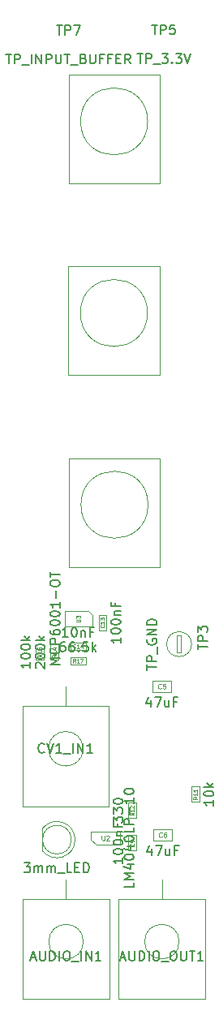
<source format=gbr>
%TF.GenerationSoftware,KiCad,Pcbnew,6.0.10+dfsg-1~bpo11+1*%
%TF.CreationDate,2023-02-01T15:11:05+08:00*%
%TF.ProjectId,MiniVerb v2.0 - Main,4d696e69-5665-4726-9220-76322e30202d,rev?*%
%TF.SameCoordinates,Original*%
%TF.FileFunction,AssemblyDrawing,Top*%
%FSLAX46Y46*%
G04 Gerber Fmt 4.6, Leading zero omitted, Abs format (unit mm)*
G04 Created by KiCad (PCBNEW 6.0.10+dfsg-1~bpo11+1) date 2023-02-01 15:11:05*
%MOMM*%
%LPD*%
G01*
G04 APERTURE LIST*
%ADD10C,0.150000*%
%ADD11C,0.060000*%
%ADD12C,0.080000*%
%ADD13C,0.075000*%
%ADD14C,0.100000*%
%ADD15C,0.120000*%
G04 APERTURE END LIST*
D10*
%TO.C,C13*%
X135686380Y-127904119D02*
X135686380Y-128475547D01*
X135686380Y-128189833D02*
X134686380Y-128189833D01*
X134829238Y-128285071D01*
X134924476Y-128380309D01*
X134972095Y-128475547D01*
X134686380Y-127285071D02*
X134686380Y-127189833D01*
X134734000Y-127094595D01*
X134781619Y-127046976D01*
X134876857Y-126999357D01*
X135067333Y-126951738D01*
X135305428Y-126951738D01*
X135495904Y-126999357D01*
X135591142Y-127046976D01*
X135638761Y-127094595D01*
X135686380Y-127189833D01*
X135686380Y-127285071D01*
X135638761Y-127380309D01*
X135591142Y-127427928D01*
X135495904Y-127475547D01*
X135305428Y-127523166D01*
X135067333Y-127523166D01*
X134876857Y-127475547D01*
X134781619Y-127427928D01*
X134734000Y-127380309D01*
X134686380Y-127285071D01*
X134686380Y-126332690D02*
X134686380Y-126237452D01*
X134734000Y-126142214D01*
X134781619Y-126094595D01*
X134876857Y-126046976D01*
X135067333Y-125999357D01*
X135305428Y-125999357D01*
X135495904Y-126046976D01*
X135591142Y-126094595D01*
X135638761Y-126142214D01*
X135686380Y-126237452D01*
X135686380Y-126332690D01*
X135638761Y-126427928D01*
X135591142Y-126475547D01*
X135495904Y-126523166D01*
X135305428Y-126570785D01*
X135067333Y-126570785D01*
X134876857Y-126523166D01*
X134781619Y-126475547D01*
X134734000Y-126427928D01*
X134686380Y-126332690D01*
X135019714Y-125570785D02*
X135686380Y-125570785D01*
X135114952Y-125570785D02*
X135067333Y-125523166D01*
X135019714Y-125427928D01*
X135019714Y-125285071D01*
X135067333Y-125189833D01*
X135162571Y-125142214D01*
X135686380Y-125142214D01*
X135162571Y-124332690D02*
X135162571Y-124666023D01*
X135686380Y-124666023D02*
X134686380Y-124666023D01*
X134686380Y-124189833D01*
D11*
X133946857Y-126613642D02*
X133965904Y-126632690D01*
X133984952Y-126689833D01*
X133984952Y-126727928D01*
X133965904Y-126785071D01*
X133927809Y-126823166D01*
X133889714Y-126842214D01*
X133813523Y-126861261D01*
X133756380Y-126861261D01*
X133680190Y-126842214D01*
X133642095Y-126823166D01*
X133604000Y-126785071D01*
X133584952Y-126727928D01*
X133584952Y-126689833D01*
X133604000Y-126632690D01*
X133623047Y-126613642D01*
X133984952Y-126232690D02*
X133984952Y-126461261D01*
X133984952Y-126346976D02*
X133584952Y-126346976D01*
X133642095Y-126385071D01*
X133680190Y-126423166D01*
X133699238Y-126461261D01*
X133584952Y-126099357D02*
X133584952Y-125851738D01*
X133737333Y-125985071D01*
X133737333Y-125927928D01*
X133756380Y-125889833D01*
X133775428Y-125870785D01*
X133813523Y-125851738D01*
X133908761Y-125851738D01*
X133946857Y-125870785D01*
X133965904Y-125889833D01*
X133984952Y-125927928D01*
X133984952Y-126042214D01*
X133965904Y-126080309D01*
X133946857Y-126099357D01*
D10*
%TO.C,C5*%
X138833333Y-134476714D02*
X138833333Y-135143380D01*
X138595238Y-134095761D02*
X138357142Y-134810047D01*
X138976190Y-134810047D01*
X139261904Y-134143380D02*
X139928571Y-134143380D01*
X139500000Y-135143380D01*
X140738095Y-134476714D02*
X140738095Y-135143380D01*
X140309523Y-134476714D02*
X140309523Y-135000523D01*
X140357142Y-135095761D01*
X140452380Y-135143380D01*
X140595238Y-135143380D01*
X140690476Y-135095761D01*
X140738095Y-135048142D01*
X141547619Y-134619571D02*
X141214285Y-134619571D01*
X141214285Y-135143380D02*
X141214285Y-134143380D01*
X141690476Y-134143380D01*
D12*
X139916666Y-133189571D02*
X139892857Y-133213380D01*
X139821428Y-133237190D01*
X139773809Y-133237190D01*
X139702380Y-133213380D01*
X139654761Y-133165761D01*
X139630952Y-133118142D01*
X139607142Y-133022904D01*
X139607142Y-132951476D01*
X139630952Y-132856238D01*
X139654761Y-132808619D01*
X139702380Y-132761000D01*
X139773809Y-132737190D01*
X139821428Y-132737190D01*
X139892857Y-132761000D01*
X139916666Y-132784809D01*
X140369047Y-132737190D02*
X140130952Y-132737190D01*
X140107142Y-132975285D01*
X140130952Y-132951476D01*
X140178571Y-132927666D01*
X140297619Y-132927666D01*
X140345238Y-132951476D01*
X140369047Y-132975285D01*
X140392857Y-133022904D01*
X140392857Y-133141952D01*
X140369047Y-133189571D01*
X140345238Y-133213380D01*
X140297619Y-133237190D01*
X140178571Y-133237190D01*
X140130952Y-133213380D01*
X140107142Y-133189571D01*
D10*
%TO.C,TP5*%
X137439285Y-66977380D02*
X138010714Y-66977380D01*
X137725000Y-67977380D02*
X137725000Y-66977380D01*
X138344047Y-67977380D02*
X138344047Y-66977380D01*
X138725000Y-66977380D01*
X138820238Y-67025000D01*
X138867857Y-67072619D01*
X138915476Y-67167857D01*
X138915476Y-67310714D01*
X138867857Y-67405952D01*
X138820238Y-67453571D01*
X138725000Y-67501190D01*
X138344047Y-67501190D01*
X139105952Y-68072619D02*
X139867857Y-68072619D01*
X140010714Y-66977380D02*
X140629761Y-66977380D01*
X140296428Y-67358333D01*
X140439285Y-67358333D01*
X140534523Y-67405952D01*
X140582142Y-67453571D01*
X140629761Y-67548809D01*
X140629761Y-67786904D01*
X140582142Y-67882142D01*
X140534523Y-67929761D01*
X140439285Y-67977380D01*
X140153571Y-67977380D01*
X140058333Y-67929761D01*
X140010714Y-67882142D01*
X141058333Y-67882142D02*
X141105952Y-67929761D01*
X141058333Y-67977380D01*
X141010714Y-67929761D01*
X141058333Y-67882142D01*
X141058333Y-67977380D01*
X141439285Y-66977380D02*
X142058333Y-66977380D01*
X141725000Y-67358333D01*
X141867857Y-67358333D01*
X141963095Y-67405952D01*
X142010714Y-67453571D01*
X142058333Y-67548809D01*
X142058333Y-67786904D01*
X142010714Y-67882142D01*
X141963095Y-67929761D01*
X141867857Y-67977380D01*
X141582142Y-67977380D01*
X141486904Y-67929761D01*
X141439285Y-67882142D01*
X142344047Y-66977380D02*
X142677380Y-67977380D01*
X143010714Y-66977380D01*
X138963095Y-63977380D02*
X139534523Y-63977380D01*
X139248809Y-64977380D02*
X139248809Y-63977380D01*
X139867857Y-64977380D02*
X139867857Y-63977380D01*
X140248809Y-63977380D01*
X140344047Y-64025000D01*
X140391666Y-64072619D01*
X140439285Y-64167857D01*
X140439285Y-64310714D01*
X140391666Y-64405952D01*
X140344047Y-64453571D01*
X140248809Y-64501190D01*
X139867857Y-64501190D01*
X141344047Y-63977380D02*
X140867857Y-63977380D01*
X140820238Y-64453571D01*
X140867857Y-64405952D01*
X140963095Y-64358333D01*
X141201190Y-64358333D01*
X141296428Y-64405952D01*
X141344047Y-64453571D01*
X141391666Y-64548809D01*
X141391666Y-64786904D01*
X141344047Y-64882142D01*
X141296428Y-64929761D01*
X141201190Y-64977380D01*
X140963095Y-64977380D01*
X140867857Y-64929761D01*
X140820238Y-64882142D01*
%TO.C,U2*%
X137064380Y-153486857D02*
X137064380Y-153963047D01*
X136064380Y-153963047D01*
X137064380Y-153153523D02*
X136064380Y-153153523D01*
X136778666Y-152820190D01*
X136064380Y-152486857D01*
X137064380Y-152486857D01*
X136397714Y-151582095D02*
X137064380Y-151582095D01*
X136016761Y-151820190D02*
X136731047Y-152058285D01*
X136731047Y-151439238D01*
X136064380Y-150867809D02*
X136064380Y-150772571D01*
X136112000Y-150677333D01*
X136159619Y-150629714D01*
X136254857Y-150582095D01*
X136445333Y-150534476D01*
X136683428Y-150534476D01*
X136873904Y-150582095D01*
X136969142Y-150629714D01*
X137016761Y-150677333D01*
X137064380Y-150772571D01*
X137064380Y-150867809D01*
X137016761Y-150963047D01*
X136969142Y-151010666D01*
X136873904Y-151058285D01*
X136683428Y-151105904D01*
X136445333Y-151105904D01*
X136254857Y-151058285D01*
X136159619Y-151010666D01*
X136112000Y-150963047D01*
X136064380Y-150867809D01*
X136397714Y-149677333D02*
X137064380Y-149677333D01*
X136016761Y-149915428D02*
X136731047Y-150153523D01*
X136731047Y-149534476D01*
X136064380Y-148963047D02*
X136064380Y-148867809D01*
X136112000Y-148772571D01*
X136159619Y-148724952D01*
X136254857Y-148677333D01*
X136445333Y-148629714D01*
X136683428Y-148629714D01*
X136873904Y-148677333D01*
X136969142Y-148724952D01*
X137016761Y-148772571D01*
X137064380Y-148867809D01*
X137064380Y-148963047D01*
X137016761Y-149058285D01*
X136969142Y-149105904D01*
X136873904Y-149153523D01*
X136683428Y-149201142D01*
X136445333Y-149201142D01*
X136254857Y-149153523D01*
X136159619Y-149105904D01*
X136112000Y-149058285D01*
X136064380Y-148963047D01*
X137064380Y-147724952D02*
X137064380Y-148201142D01*
X136064380Y-148201142D01*
X137064380Y-147391619D02*
X136064380Y-147391619D01*
X136064380Y-147010666D01*
X136112000Y-146915428D01*
X136159619Y-146867809D01*
X136254857Y-146820190D01*
X136397714Y-146820190D01*
X136492952Y-146867809D01*
X136540571Y-146915428D01*
X136588190Y-147010666D01*
X136588190Y-147391619D01*
X136683428Y-146391619D02*
X136683428Y-145629714D01*
X137064380Y-144629714D02*
X137064380Y-145201142D01*
X137064380Y-144915428D02*
X136064380Y-144915428D01*
X136207238Y-145010666D01*
X136302476Y-145105904D01*
X136350095Y-145201142D01*
X136064380Y-144010666D02*
X136064380Y-143915428D01*
X136112000Y-143820190D01*
X136159619Y-143772571D01*
X136254857Y-143724952D01*
X136445333Y-143677333D01*
X136683428Y-143677333D01*
X136873904Y-143724952D01*
X136969142Y-143772571D01*
X137016761Y-143820190D01*
X137064380Y-143915428D01*
X137064380Y-144010666D01*
X137016761Y-144105904D01*
X136969142Y-144153523D01*
X136873904Y-144201142D01*
X136683428Y-144248761D01*
X136445333Y-144248761D01*
X136254857Y-144201142D01*
X136159619Y-144153523D01*
X136112000Y-144105904D01*
X136064380Y-144010666D01*
D13*
X133731047Y-148570190D02*
X133731047Y-148974952D01*
X133754857Y-149022571D01*
X133778666Y-149046380D01*
X133826285Y-149070190D01*
X133921523Y-149070190D01*
X133969142Y-149046380D01*
X133992952Y-149022571D01*
X134016761Y-148974952D01*
X134016761Y-148570190D01*
X134231047Y-148617809D02*
X134254857Y-148594000D01*
X134302476Y-148570190D01*
X134421523Y-148570190D01*
X134469142Y-148594000D01*
X134492952Y-148617809D01*
X134516761Y-148665428D01*
X134516761Y-148713047D01*
X134492952Y-148784476D01*
X134207238Y-149070190D01*
X134516761Y-149070190D01*
D10*
%TO.C,R17*%
X129839238Y-128368880D02*
X129648761Y-128368880D01*
X129553523Y-128416500D01*
X129505904Y-128464119D01*
X129410666Y-128606976D01*
X129363047Y-128797452D01*
X129363047Y-129178404D01*
X129410666Y-129273642D01*
X129458285Y-129321261D01*
X129553523Y-129368880D01*
X129744000Y-129368880D01*
X129839238Y-129321261D01*
X129886857Y-129273642D01*
X129934476Y-129178404D01*
X129934476Y-128940309D01*
X129886857Y-128845071D01*
X129839238Y-128797452D01*
X129744000Y-128749833D01*
X129553523Y-128749833D01*
X129458285Y-128797452D01*
X129410666Y-128845071D01*
X129363047Y-128940309D01*
X130791619Y-128368880D02*
X130601142Y-128368880D01*
X130505904Y-128416500D01*
X130458285Y-128464119D01*
X130363047Y-128606976D01*
X130315428Y-128797452D01*
X130315428Y-129178404D01*
X130363047Y-129273642D01*
X130410666Y-129321261D01*
X130505904Y-129368880D01*
X130696380Y-129368880D01*
X130791619Y-129321261D01*
X130839238Y-129273642D01*
X130886857Y-129178404D01*
X130886857Y-128940309D01*
X130839238Y-128845071D01*
X130791619Y-128797452D01*
X130696380Y-128749833D01*
X130505904Y-128749833D01*
X130410666Y-128797452D01*
X130363047Y-128845071D01*
X130315428Y-128940309D01*
X131315428Y-129273642D02*
X131363047Y-129321261D01*
X131315428Y-129368880D01*
X131267809Y-129321261D01*
X131315428Y-129273642D01*
X131315428Y-129368880D01*
X132267809Y-128368880D02*
X131791619Y-128368880D01*
X131744000Y-128845071D01*
X131791619Y-128797452D01*
X131886857Y-128749833D01*
X132124952Y-128749833D01*
X132220190Y-128797452D01*
X132267809Y-128845071D01*
X132315428Y-128940309D01*
X132315428Y-129178404D01*
X132267809Y-129273642D01*
X132220190Y-129321261D01*
X132124952Y-129368880D01*
X131886857Y-129368880D01*
X131791619Y-129321261D01*
X131744000Y-129273642D01*
X132744000Y-129368880D02*
X132744000Y-128368880D01*
X132839238Y-128987928D02*
X133124952Y-129368880D01*
X133124952Y-128702214D02*
X132744000Y-129083166D01*
D11*
X130986857Y-130527452D02*
X130853523Y-130336976D01*
X130758285Y-130527452D02*
X130758285Y-130127452D01*
X130910666Y-130127452D01*
X130948761Y-130146500D01*
X130967809Y-130165547D01*
X130986857Y-130203642D01*
X130986857Y-130260785D01*
X130967809Y-130298880D01*
X130948761Y-130317928D01*
X130910666Y-130336976D01*
X130758285Y-130336976D01*
X131367809Y-130527452D02*
X131139238Y-130527452D01*
X131253523Y-130527452D02*
X131253523Y-130127452D01*
X131215428Y-130184595D01*
X131177333Y-130222690D01*
X131139238Y-130241738D01*
X131501142Y-130127452D02*
X131767809Y-130127452D01*
X131596380Y-130527452D01*
D10*
%TO.C,C6*%
X138920833Y-149976714D02*
X138920833Y-150643380D01*
X138682738Y-149595761D02*
X138444642Y-150310047D01*
X139063690Y-150310047D01*
X139349404Y-149643380D02*
X140016071Y-149643380D01*
X139587500Y-150643380D01*
X140825595Y-149976714D02*
X140825595Y-150643380D01*
X140397023Y-149976714D02*
X140397023Y-150500523D01*
X140444642Y-150595761D01*
X140539880Y-150643380D01*
X140682738Y-150643380D01*
X140777976Y-150595761D01*
X140825595Y-150548142D01*
X141635119Y-150119571D02*
X141301785Y-150119571D01*
X141301785Y-150643380D02*
X141301785Y-149643380D01*
X141777976Y-149643380D01*
D12*
X140004166Y-148689571D02*
X139980357Y-148713380D01*
X139908928Y-148737190D01*
X139861309Y-148737190D01*
X139789880Y-148713380D01*
X139742261Y-148665761D01*
X139718452Y-148618142D01*
X139694642Y-148522904D01*
X139694642Y-148451476D01*
X139718452Y-148356238D01*
X139742261Y-148308619D01*
X139789880Y-148261000D01*
X139861309Y-148237190D01*
X139908928Y-148237190D01*
X139980357Y-148261000D01*
X140004166Y-148284809D01*
X140432738Y-148237190D02*
X140337500Y-148237190D01*
X140289880Y-148261000D01*
X140266071Y-148284809D01*
X140218452Y-148356238D01*
X140194642Y-148451476D01*
X140194642Y-148641952D01*
X140218452Y-148689571D01*
X140242261Y-148713380D01*
X140289880Y-148737190D01*
X140385119Y-148737190D01*
X140432738Y-148713380D01*
X140456547Y-148689571D01*
X140480357Y-148641952D01*
X140480357Y-148522904D01*
X140456547Y-148475285D01*
X140432738Y-148451476D01*
X140385119Y-148427666D01*
X140289880Y-148427666D01*
X140242261Y-148451476D01*
X140218452Y-148475285D01*
X140194642Y-148522904D01*
D10*
%TO.C,TP3*%
X138452380Y-131290476D02*
X138452380Y-130719047D01*
X139452380Y-131004761D02*
X138452380Y-131004761D01*
X139452380Y-130385714D02*
X138452380Y-130385714D01*
X138452380Y-130004761D01*
X138500000Y-129909523D01*
X138547619Y-129861904D01*
X138642857Y-129814285D01*
X138785714Y-129814285D01*
X138880952Y-129861904D01*
X138928571Y-129909523D01*
X138976190Y-130004761D01*
X138976190Y-130385714D01*
X139547619Y-129623809D02*
X139547619Y-128861904D01*
X138500000Y-128100000D02*
X138452380Y-128195238D01*
X138452380Y-128338095D01*
X138500000Y-128480952D01*
X138595238Y-128576190D01*
X138690476Y-128623809D01*
X138880952Y-128671428D01*
X139023809Y-128671428D01*
X139214285Y-128623809D01*
X139309523Y-128576190D01*
X139404761Y-128480952D01*
X139452380Y-128338095D01*
X139452380Y-128242857D01*
X139404761Y-128100000D01*
X139357142Y-128052380D01*
X139023809Y-128052380D01*
X139023809Y-128242857D01*
X139452380Y-127623809D02*
X138452380Y-127623809D01*
X139452380Y-127052380D01*
X138452380Y-127052380D01*
X139452380Y-126576190D02*
X138452380Y-126576190D01*
X138452380Y-126338095D01*
X138500000Y-126195238D01*
X138595238Y-126100000D01*
X138690476Y-126052380D01*
X138880952Y-126004761D01*
X139023809Y-126004761D01*
X139214285Y-126052380D01*
X139309523Y-126100000D01*
X139404761Y-126195238D01*
X139452380Y-126338095D01*
X139452380Y-126576190D01*
X143752380Y-129161904D02*
X143752380Y-128590476D01*
X144752380Y-128876190D02*
X143752380Y-128876190D01*
X144752380Y-128257142D02*
X143752380Y-128257142D01*
X143752380Y-127876190D01*
X143800000Y-127780952D01*
X143847619Y-127733333D01*
X143942857Y-127685714D01*
X144085714Y-127685714D01*
X144180952Y-127733333D01*
X144228571Y-127780952D01*
X144276190Y-127876190D01*
X144276190Y-128257142D01*
X143752380Y-127352380D02*
X143752380Y-126733333D01*
X144133333Y-127066666D01*
X144133333Y-126923809D01*
X144180952Y-126828571D01*
X144228571Y-126780952D01*
X144323809Y-126733333D01*
X144561904Y-126733333D01*
X144657142Y-126780952D01*
X144704761Y-126828571D01*
X144752380Y-126923809D01*
X144752380Y-127209523D01*
X144704761Y-127304761D01*
X144657142Y-127352380D01*
%TO.C,R14*%
X126891619Y-131089357D02*
X126844000Y-131041738D01*
X126796380Y-130946500D01*
X126796380Y-130708404D01*
X126844000Y-130613166D01*
X126891619Y-130565547D01*
X126986857Y-130517928D01*
X127082095Y-130517928D01*
X127224952Y-130565547D01*
X127796380Y-131136976D01*
X127796380Y-130517928D01*
X126796380Y-129898880D02*
X126796380Y-129803642D01*
X126844000Y-129708404D01*
X126891619Y-129660785D01*
X126986857Y-129613166D01*
X127177333Y-129565547D01*
X127415428Y-129565547D01*
X127605904Y-129613166D01*
X127701142Y-129660785D01*
X127748761Y-129708404D01*
X127796380Y-129803642D01*
X127796380Y-129898880D01*
X127748761Y-129994119D01*
X127701142Y-130041738D01*
X127605904Y-130089357D01*
X127415428Y-130136976D01*
X127177333Y-130136976D01*
X126986857Y-130089357D01*
X126891619Y-130041738D01*
X126844000Y-129994119D01*
X126796380Y-129898880D01*
X126796380Y-128946500D02*
X126796380Y-128851261D01*
X126844000Y-128756023D01*
X126891619Y-128708404D01*
X126986857Y-128660785D01*
X127177333Y-128613166D01*
X127415428Y-128613166D01*
X127605904Y-128660785D01*
X127701142Y-128708404D01*
X127748761Y-128756023D01*
X127796380Y-128851261D01*
X127796380Y-128946500D01*
X127748761Y-129041738D01*
X127701142Y-129089357D01*
X127605904Y-129136976D01*
X127415428Y-129184595D01*
X127177333Y-129184595D01*
X126986857Y-129136976D01*
X126891619Y-129089357D01*
X126844000Y-129041738D01*
X126796380Y-128946500D01*
X127796380Y-128184595D02*
X126796380Y-128184595D01*
X127415428Y-128089357D02*
X127796380Y-127803642D01*
X127129714Y-127803642D02*
X127510666Y-128184595D01*
D11*
X128954952Y-129703642D02*
X128764476Y-129836976D01*
X128954952Y-129932214D02*
X128554952Y-129932214D01*
X128554952Y-129779833D01*
X128574000Y-129741738D01*
X128593047Y-129722690D01*
X128631142Y-129703642D01*
X128688285Y-129703642D01*
X128726380Y-129722690D01*
X128745428Y-129741738D01*
X128764476Y-129779833D01*
X128764476Y-129932214D01*
X128954952Y-129322690D02*
X128954952Y-129551261D01*
X128954952Y-129436976D02*
X128554952Y-129436976D01*
X128612095Y-129475071D01*
X128650190Y-129513166D01*
X128669238Y-129551261D01*
X128688285Y-128979833D02*
X128954952Y-128979833D01*
X128535904Y-129075071D02*
X128821619Y-129170309D01*
X128821619Y-128922690D01*
D10*
%TO.C,CV1_IN1*%
X127725714Y-139847142D02*
X127678095Y-139894761D01*
X127535238Y-139942380D01*
X127440000Y-139942380D01*
X127297142Y-139894761D01*
X127201904Y-139799523D01*
X127154285Y-139704285D01*
X127106666Y-139513809D01*
X127106666Y-139370952D01*
X127154285Y-139180476D01*
X127201904Y-139085238D01*
X127297142Y-138990000D01*
X127440000Y-138942380D01*
X127535238Y-138942380D01*
X127678095Y-138990000D01*
X127725714Y-139037619D01*
X128011428Y-138942380D02*
X128344761Y-139942380D01*
X128678095Y-138942380D01*
X129535238Y-139942380D02*
X128963809Y-139942380D01*
X129249523Y-139942380D02*
X129249523Y-138942380D01*
X129154285Y-139085238D01*
X129059047Y-139180476D01*
X128963809Y-139228095D01*
X129725714Y-140037619D02*
X130487619Y-140037619D01*
X130725714Y-139942380D02*
X130725714Y-138942380D01*
X131201904Y-139942380D02*
X131201904Y-138942380D01*
X131773333Y-139942380D01*
X131773333Y-138942380D01*
X132773333Y-139942380D02*
X132201904Y-139942380D01*
X132487619Y-139942380D02*
X132487619Y-138942380D01*
X132392380Y-139085238D01*
X132297142Y-139180476D01*
X132201904Y-139228095D01*
%TO.C,U3*%
X129346380Y-130718404D02*
X128346380Y-130718404D01*
X129060666Y-130385071D01*
X128346380Y-130051738D01*
X129346380Y-130051738D01*
X129251142Y-129004119D02*
X129298761Y-129051738D01*
X129346380Y-129194595D01*
X129346380Y-129289833D01*
X129298761Y-129432690D01*
X129203523Y-129527928D01*
X129108285Y-129575547D01*
X128917809Y-129623166D01*
X128774952Y-129623166D01*
X128584476Y-129575547D01*
X128489238Y-129527928D01*
X128394000Y-129432690D01*
X128346380Y-129289833D01*
X128346380Y-129194595D01*
X128394000Y-129051738D01*
X128441619Y-129004119D01*
X129346380Y-128575547D02*
X128346380Y-128575547D01*
X128346380Y-128194595D01*
X128394000Y-128099357D01*
X128441619Y-128051738D01*
X128536857Y-128004119D01*
X128679714Y-128004119D01*
X128774952Y-128051738D01*
X128822571Y-128099357D01*
X128870190Y-128194595D01*
X128870190Y-128575547D01*
X128346380Y-127146976D02*
X128346380Y-127337452D01*
X128394000Y-127432690D01*
X128441619Y-127480309D01*
X128584476Y-127575547D01*
X128774952Y-127623166D01*
X129155904Y-127623166D01*
X129251142Y-127575547D01*
X129298761Y-127527928D01*
X129346380Y-127432690D01*
X129346380Y-127242214D01*
X129298761Y-127146976D01*
X129251142Y-127099357D01*
X129155904Y-127051738D01*
X128917809Y-127051738D01*
X128822571Y-127099357D01*
X128774952Y-127146976D01*
X128727333Y-127242214D01*
X128727333Y-127432690D01*
X128774952Y-127527928D01*
X128822571Y-127575547D01*
X128917809Y-127623166D01*
X128346380Y-126432690D02*
X128346380Y-126337452D01*
X128394000Y-126242214D01*
X128441619Y-126194595D01*
X128536857Y-126146976D01*
X128727333Y-126099357D01*
X128965428Y-126099357D01*
X129155904Y-126146976D01*
X129251142Y-126194595D01*
X129298761Y-126242214D01*
X129346380Y-126337452D01*
X129346380Y-126432690D01*
X129298761Y-126527928D01*
X129251142Y-126575547D01*
X129155904Y-126623166D01*
X128965428Y-126670785D01*
X128727333Y-126670785D01*
X128536857Y-126623166D01*
X128441619Y-126575547D01*
X128394000Y-126527928D01*
X128346380Y-126432690D01*
X128346380Y-125480309D02*
X128346380Y-125385071D01*
X128394000Y-125289833D01*
X128441619Y-125242214D01*
X128536857Y-125194595D01*
X128727333Y-125146976D01*
X128965428Y-125146976D01*
X129155904Y-125194595D01*
X129251142Y-125242214D01*
X129298761Y-125289833D01*
X129346380Y-125385071D01*
X129346380Y-125480309D01*
X129298761Y-125575547D01*
X129251142Y-125623166D01*
X129155904Y-125670785D01*
X128965428Y-125718404D01*
X128727333Y-125718404D01*
X128536857Y-125670785D01*
X128441619Y-125623166D01*
X128394000Y-125575547D01*
X128346380Y-125480309D01*
X129346380Y-124194595D02*
X129346380Y-124766023D01*
X129346380Y-124480309D02*
X128346380Y-124480309D01*
X128489238Y-124575547D01*
X128584476Y-124670785D01*
X128632095Y-124766023D01*
X128965428Y-123766023D02*
X128965428Y-123004119D01*
X128346380Y-122337452D02*
X128346380Y-122146976D01*
X128394000Y-122051738D01*
X128489238Y-121956500D01*
X128679714Y-121908880D01*
X129013047Y-121908880D01*
X129203523Y-121956500D01*
X129298761Y-122051738D01*
X129346380Y-122146976D01*
X129346380Y-122337452D01*
X129298761Y-122432690D01*
X129203523Y-122527928D01*
X129013047Y-122575547D01*
X128679714Y-122575547D01*
X128489238Y-122527928D01*
X128394000Y-122432690D01*
X128346380Y-122337452D01*
X128346380Y-121623166D02*
X128346380Y-121051738D01*
X129346380Y-121337452D02*
X128346380Y-121337452D01*
D11*
X131074952Y-126261261D02*
X131398761Y-126261261D01*
X131436857Y-126242214D01*
X131455904Y-126223166D01*
X131474952Y-126185071D01*
X131474952Y-126108880D01*
X131455904Y-126070785D01*
X131436857Y-126051738D01*
X131398761Y-126032690D01*
X131074952Y-126032690D01*
X131074952Y-125880309D02*
X131074952Y-125632690D01*
X131227333Y-125766023D01*
X131227333Y-125708880D01*
X131246380Y-125670785D01*
X131265428Y-125651738D01*
X131303523Y-125632690D01*
X131398761Y-125632690D01*
X131436857Y-125651738D01*
X131455904Y-125670785D01*
X131474952Y-125708880D01*
X131474952Y-125823166D01*
X131455904Y-125861261D01*
X131436857Y-125880309D01*
D10*
%TO.C,C14*%
X130182571Y-127838880D02*
X129611142Y-127838880D01*
X129896857Y-127838880D02*
X129896857Y-126838880D01*
X129801619Y-126981738D01*
X129706380Y-127076976D01*
X129611142Y-127124595D01*
X130801619Y-126838880D02*
X130896857Y-126838880D01*
X130992095Y-126886500D01*
X131039714Y-126934119D01*
X131087333Y-127029357D01*
X131134952Y-127219833D01*
X131134952Y-127457928D01*
X131087333Y-127648404D01*
X131039714Y-127743642D01*
X130992095Y-127791261D01*
X130896857Y-127838880D01*
X130801619Y-127838880D01*
X130706380Y-127791261D01*
X130658761Y-127743642D01*
X130611142Y-127648404D01*
X130563523Y-127457928D01*
X130563523Y-127219833D01*
X130611142Y-127029357D01*
X130658761Y-126934119D01*
X130706380Y-126886500D01*
X130801619Y-126838880D01*
X131563523Y-127172214D02*
X131563523Y-127838880D01*
X131563523Y-127267452D02*
X131611142Y-127219833D01*
X131706380Y-127172214D01*
X131849238Y-127172214D01*
X131944476Y-127219833D01*
X131992095Y-127315071D01*
X131992095Y-127838880D01*
X132801619Y-127315071D02*
X132468285Y-127315071D01*
X132468285Y-127838880D02*
X132468285Y-126838880D01*
X132944476Y-126838880D01*
D11*
X130996857Y-128959357D02*
X130977809Y-128978404D01*
X130920666Y-128997452D01*
X130882571Y-128997452D01*
X130825428Y-128978404D01*
X130787333Y-128940309D01*
X130768285Y-128902214D01*
X130749238Y-128826023D01*
X130749238Y-128768880D01*
X130768285Y-128692690D01*
X130787333Y-128654595D01*
X130825428Y-128616500D01*
X130882571Y-128597452D01*
X130920666Y-128597452D01*
X130977809Y-128616500D01*
X130996857Y-128635547D01*
X131377809Y-128997452D02*
X131149238Y-128997452D01*
X131263523Y-128997452D02*
X131263523Y-128597452D01*
X131225428Y-128654595D01*
X131187333Y-128692690D01*
X131149238Y-128711738D01*
X131720666Y-128730785D02*
X131720666Y-128997452D01*
X131625428Y-128578404D02*
X131530190Y-128864119D01*
X131777809Y-128864119D01*
D10*
%TO.C,AUDIO_OUT1*%
X135690476Y-161328666D02*
X136166666Y-161328666D01*
X135595238Y-161614380D02*
X135928571Y-160614380D01*
X136261904Y-161614380D01*
X136595238Y-160614380D02*
X136595238Y-161423904D01*
X136642857Y-161519142D01*
X136690476Y-161566761D01*
X136785714Y-161614380D01*
X136976190Y-161614380D01*
X137071428Y-161566761D01*
X137119047Y-161519142D01*
X137166666Y-161423904D01*
X137166666Y-160614380D01*
X137642857Y-161614380D02*
X137642857Y-160614380D01*
X137880952Y-160614380D01*
X138023809Y-160662000D01*
X138119047Y-160757238D01*
X138166666Y-160852476D01*
X138214285Y-161042952D01*
X138214285Y-161185809D01*
X138166666Y-161376285D01*
X138119047Y-161471523D01*
X138023809Y-161566761D01*
X137880952Y-161614380D01*
X137642857Y-161614380D01*
X138642857Y-161614380D02*
X138642857Y-160614380D01*
X139309523Y-160614380D02*
X139500000Y-160614380D01*
X139595238Y-160662000D01*
X139690476Y-160757238D01*
X139738095Y-160947714D01*
X139738095Y-161281047D01*
X139690476Y-161471523D01*
X139595238Y-161566761D01*
X139500000Y-161614380D01*
X139309523Y-161614380D01*
X139214285Y-161566761D01*
X139119047Y-161471523D01*
X139071428Y-161281047D01*
X139071428Y-160947714D01*
X139119047Y-160757238D01*
X139214285Y-160662000D01*
X139309523Y-160614380D01*
X139928571Y-161709619D02*
X140690476Y-161709619D01*
X141119047Y-160614380D02*
X141309523Y-160614380D01*
X141404761Y-160662000D01*
X141500000Y-160757238D01*
X141547619Y-160947714D01*
X141547619Y-161281047D01*
X141500000Y-161471523D01*
X141404761Y-161566761D01*
X141309523Y-161614380D01*
X141119047Y-161614380D01*
X141023809Y-161566761D01*
X140928571Y-161471523D01*
X140880952Y-161281047D01*
X140880952Y-160947714D01*
X140928571Y-160757238D01*
X141023809Y-160662000D01*
X141119047Y-160614380D01*
X141976190Y-160614380D02*
X141976190Y-161423904D01*
X142023809Y-161519142D01*
X142071428Y-161566761D01*
X142166666Y-161614380D01*
X142357142Y-161614380D01*
X142452380Y-161566761D01*
X142500000Y-161519142D01*
X142547619Y-161423904D01*
X142547619Y-160614380D01*
X142880952Y-160614380D02*
X143452380Y-160614380D01*
X143166666Y-161614380D02*
X143166666Y-160614380D01*
X144309523Y-161614380D02*
X143738095Y-161614380D01*
X144023809Y-161614380D02*
X144023809Y-160614380D01*
X143928571Y-160757238D01*
X143833333Y-160852476D01*
X143738095Y-160900095D01*
%TO.C,R11*%
X145392380Y-144867238D02*
X145392380Y-145438666D01*
X145392380Y-145152952D02*
X144392380Y-145152952D01*
X144535238Y-145248190D01*
X144630476Y-145343428D01*
X144678095Y-145438666D01*
X144392380Y-144248190D02*
X144392380Y-144152952D01*
X144440000Y-144057714D01*
X144487619Y-144010095D01*
X144582857Y-143962476D01*
X144773333Y-143914857D01*
X145011428Y-143914857D01*
X145201904Y-143962476D01*
X145297142Y-144010095D01*
X145344761Y-144057714D01*
X145392380Y-144152952D01*
X145392380Y-144248190D01*
X145344761Y-144343428D01*
X145297142Y-144391047D01*
X145201904Y-144438666D01*
X145011428Y-144486285D01*
X144773333Y-144486285D01*
X144582857Y-144438666D01*
X144487619Y-144391047D01*
X144440000Y-144343428D01*
X144392380Y-144248190D01*
X145392380Y-143486285D02*
X144392380Y-143486285D01*
X145011428Y-143391047D02*
X145392380Y-143105333D01*
X144725714Y-143105333D02*
X145106666Y-143486285D01*
D11*
X143690952Y-144529142D02*
X143500476Y-144662476D01*
X143690952Y-144757714D02*
X143290952Y-144757714D01*
X143290952Y-144605333D01*
X143310000Y-144567238D01*
X143329047Y-144548190D01*
X143367142Y-144529142D01*
X143424285Y-144529142D01*
X143462380Y-144548190D01*
X143481428Y-144567238D01*
X143500476Y-144605333D01*
X143500476Y-144757714D01*
X143690952Y-144148190D02*
X143690952Y-144376761D01*
X143690952Y-144262476D02*
X143290952Y-144262476D01*
X143348095Y-144300571D01*
X143386190Y-144338666D01*
X143405238Y-144376761D01*
X143690952Y-143767238D02*
X143690952Y-143995809D01*
X143690952Y-143881523D02*
X143290952Y-143881523D01*
X143348095Y-143919619D01*
X143386190Y-143957714D01*
X143405238Y-143995809D01*
D10*
%TO.C,C9*%
X135928380Y-150899619D02*
X135928380Y-151471047D01*
X135928380Y-151185333D02*
X134928380Y-151185333D01*
X135071238Y-151280571D01*
X135166476Y-151375809D01*
X135214095Y-151471047D01*
X134928380Y-150280571D02*
X134928380Y-150185333D01*
X134976000Y-150090095D01*
X135023619Y-150042476D01*
X135118857Y-149994857D01*
X135309333Y-149947238D01*
X135547428Y-149947238D01*
X135737904Y-149994857D01*
X135833142Y-150042476D01*
X135880761Y-150090095D01*
X135928380Y-150185333D01*
X135928380Y-150280571D01*
X135880761Y-150375809D01*
X135833142Y-150423428D01*
X135737904Y-150471047D01*
X135547428Y-150518666D01*
X135309333Y-150518666D01*
X135118857Y-150471047D01*
X135023619Y-150423428D01*
X134976000Y-150375809D01*
X134928380Y-150280571D01*
X134928380Y-149328190D02*
X134928380Y-149232952D01*
X134976000Y-149137714D01*
X135023619Y-149090095D01*
X135118857Y-149042476D01*
X135309333Y-148994857D01*
X135547428Y-148994857D01*
X135737904Y-149042476D01*
X135833142Y-149090095D01*
X135880761Y-149137714D01*
X135928380Y-149232952D01*
X135928380Y-149328190D01*
X135880761Y-149423428D01*
X135833142Y-149471047D01*
X135737904Y-149518666D01*
X135547428Y-149566285D01*
X135309333Y-149566285D01*
X135118857Y-149518666D01*
X135023619Y-149471047D01*
X134976000Y-149423428D01*
X134928380Y-149328190D01*
X135261714Y-148566285D02*
X135928380Y-148566285D01*
X135356952Y-148566285D02*
X135309333Y-148518666D01*
X135261714Y-148423428D01*
X135261714Y-148280571D01*
X135309333Y-148185333D01*
X135404571Y-148137714D01*
X135928380Y-148137714D01*
X135404571Y-147328190D02*
X135404571Y-147661523D01*
X135928380Y-147661523D02*
X134928380Y-147661523D01*
X134928380Y-147185333D01*
D11*
X137048857Y-149418666D02*
X137067904Y-149437714D01*
X137086952Y-149494857D01*
X137086952Y-149532952D01*
X137067904Y-149590095D01*
X137029809Y-149628190D01*
X136991714Y-149647238D01*
X136915523Y-149666285D01*
X136858380Y-149666285D01*
X136782190Y-149647238D01*
X136744095Y-149628190D01*
X136706000Y-149590095D01*
X136686952Y-149532952D01*
X136686952Y-149494857D01*
X136706000Y-149437714D01*
X136725047Y-149418666D01*
X137086952Y-149228190D02*
X137086952Y-149152000D01*
X137067904Y-149113904D01*
X137048857Y-149094857D01*
X136991714Y-149056761D01*
X136915523Y-149037714D01*
X136763142Y-149037714D01*
X136725047Y-149056761D01*
X136706000Y-149075809D01*
X136686952Y-149113904D01*
X136686952Y-149190095D01*
X136706000Y-149228190D01*
X136725047Y-149247238D01*
X136763142Y-149266285D01*
X136858380Y-149266285D01*
X136896476Y-149247238D01*
X136915523Y-149228190D01*
X136934571Y-149190095D01*
X136934571Y-149113904D01*
X136915523Y-149075809D01*
X136896476Y-149056761D01*
X136858380Y-149037714D01*
D10*
%TO.C,D1*%
X125640238Y-151412380D02*
X126259285Y-151412380D01*
X125925952Y-151793333D01*
X126068809Y-151793333D01*
X126164047Y-151840952D01*
X126211666Y-151888571D01*
X126259285Y-151983809D01*
X126259285Y-152221904D01*
X126211666Y-152317142D01*
X126164047Y-152364761D01*
X126068809Y-152412380D01*
X125783095Y-152412380D01*
X125687857Y-152364761D01*
X125640238Y-152317142D01*
X126687857Y-152412380D02*
X126687857Y-151745714D01*
X126687857Y-151840952D02*
X126735476Y-151793333D01*
X126830714Y-151745714D01*
X126973571Y-151745714D01*
X127068809Y-151793333D01*
X127116428Y-151888571D01*
X127116428Y-152412380D01*
X127116428Y-151888571D02*
X127164047Y-151793333D01*
X127259285Y-151745714D01*
X127402142Y-151745714D01*
X127497380Y-151793333D01*
X127545000Y-151888571D01*
X127545000Y-152412380D01*
X128021190Y-152412380D02*
X128021190Y-151745714D01*
X128021190Y-151840952D02*
X128068809Y-151793333D01*
X128164047Y-151745714D01*
X128306904Y-151745714D01*
X128402142Y-151793333D01*
X128449761Y-151888571D01*
X128449761Y-152412380D01*
X128449761Y-151888571D02*
X128497380Y-151793333D01*
X128592619Y-151745714D01*
X128735476Y-151745714D01*
X128830714Y-151793333D01*
X128878333Y-151888571D01*
X128878333Y-152412380D01*
X129116428Y-152507619D02*
X129878333Y-152507619D01*
X130592619Y-152412380D02*
X130116428Y-152412380D01*
X130116428Y-151412380D01*
X130925952Y-151888571D02*
X131259285Y-151888571D01*
X131402142Y-152412380D02*
X130925952Y-152412380D01*
X130925952Y-151412380D01*
X131402142Y-151412380D01*
X131830714Y-152412380D02*
X131830714Y-151412380D01*
X132068809Y-151412380D01*
X132211666Y-151460000D01*
X132306904Y-151555238D01*
X132354523Y-151650476D01*
X132402142Y-151840952D01*
X132402142Y-151983809D01*
X132354523Y-152174285D01*
X132306904Y-152269523D01*
X132211666Y-152364761D01*
X132068809Y-152412380D01*
X131830714Y-152412380D01*
%TO.C,TP7*%
X123727380Y-67027380D02*
X124298809Y-67027380D01*
X124013095Y-68027380D02*
X124013095Y-67027380D01*
X124632142Y-68027380D02*
X124632142Y-67027380D01*
X125013095Y-67027380D01*
X125108333Y-67075000D01*
X125155952Y-67122619D01*
X125203571Y-67217857D01*
X125203571Y-67360714D01*
X125155952Y-67455952D01*
X125108333Y-67503571D01*
X125013095Y-67551190D01*
X124632142Y-67551190D01*
X125394047Y-68122619D02*
X126155952Y-68122619D01*
X126394047Y-68027380D02*
X126394047Y-67027380D01*
X126870238Y-68027380D02*
X126870238Y-67027380D01*
X127441666Y-68027380D01*
X127441666Y-67027380D01*
X127917857Y-68027380D02*
X127917857Y-67027380D01*
X128298809Y-67027380D01*
X128394047Y-67075000D01*
X128441666Y-67122619D01*
X128489285Y-67217857D01*
X128489285Y-67360714D01*
X128441666Y-67455952D01*
X128394047Y-67503571D01*
X128298809Y-67551190D01*
X127917857Y-67551190D01*
X128917857Y-67027380D02*
X128917857Y-67836904D01*
X128965476Y-67932142D01*
X129013095Y-67979761D01*
X129108333Y-68027380D01*
X129298809Y-68027380D01*
X129394047Y-67979761D01*
X129441666Y-67932142D01*
X129489285Y-67836904D01*
X129489285Y-67027380D01*
X129822619Y-67027380D02*
X130394047Y-67027380D01*
X130108333Y-68027380D02*
X130108333Y-67027380D01*
X130489285Y-68122619D02*
X131251190Y-68122619D01*
X131822619Y-67503571D02*
X131965476Y-67551190D01*
X132013095Y-67598809D01*
X132060714Y-67694047D01*
X132060714Y-67836904D01*
X132013095Y-67932142D01*
X131965476Y-67979761D01*
X131870238Y-68027380D01*
X131489285Y-68027380D01*
X131489285Y-67027380D01*
X131822619Y-67027380D01*
X131917857Y-67075000D01*
X131965476Y-67122619D01*
X132013095Y-67217857D01*
X132013095Y-67313095D01*
X131965476Y-67408333D01*
X131917857Y-67455952D01*
X131822619Y-67503571D01*
X131489285Y-67503571D01*
X132489285Y-67027380D02*
X132489285Y-67836904D01*
X132536904Y-67932142D01*
X132584523Y-67979761D01*
X132679761Y-68027380D01*
X132870238Y-68027380D01*
X132965476Y-67979761D01*
X133013095Y-67932142D01*
X133060714Y-67836904D01*
X133060714Y-67027380D01*
X133870238Y-67503571D02*
X133536904Y-67503571D01*
X133536904Y-68027380D02*
X133536904Y-67027380D01*
X134013095Y-67027380D01*
X134727380Y-67503571D02*
X134394047Y-67503571D01*
X134394047Y-68027380D02*
X134394047Y-67027380D01*
X134870238Y-67027380D01*
X135251190Y-67503571D02*
X135584523Y-67503571D01*
X135727380Y-68027380D02*
X135251190Y-68027380D01*
X135251190Y-67027380D01*
X135727380Y-67027380D01*
X136727380Y-68027380D02*
X136394047Y-67551190D01*
X136155952Y-68027380D02*
X136155952Y-67027380D01*
X136536904Y-67027380D01*
X136632142Y-67075000D01*
X136679761Y-67122619D01*
X136727380Y-67217857D01*
X136727380Y-67360714D01*
X136679761Y-67455952D01*
X136632142Y-67503571D01*
X136536904Y-67551190D01*
X136155952Y-67551190D01*
X129013095Y-64027380D02*
X129584523Y-64027380D01*
X129298809Y-65027380D02*
X129298809Y-64027380D01*
X129917857Y-65027380D02*
X129917857Y-64027380D01*
X130298809Y-64027380D01*
X130394047Y-64075000D01*
X130441666Y-64122619D01*
X130489285Y-64217857D01*
X130489285Y-64360714D01*
X130441666Y-64455952D01*
X130394047Y-64503571D01*
X130298809Y-64551190D01*
X129917857Y-64551190D01*
X130822619Y-64027380D02*
X131489285Y-64027380D01*
X131060714Y-65027380D01*
%TO.C,R12*%
X134928380Y-147232214D02*
X134928380Y-146613166D01*
X135309333Y-146946500D01*
X135309333Y-146803642D01*
X135356952Y-146708404D01*
X135404571Y-146660785D01*
X135499809Y-146613166D01*
X135737904Y-146613166D01*
X135833142Y-146660785D01*
X135880761Y-146708404D01*
X135928380Y-146803642D01*
X135928380Y-147089357D01*
X135880761Y-147184595D01*
X135833142Y-147232214D01*
X134928380Y-146279833D02*
X134928380Y-145660785D01*
X135309333Y-145994119D01*
X135309333Y-145851261D01*
X135356952Y-145756023D01*
X135404571Y-145708404D01*
X135499809Y-145660785D01*
X135737904Y-145660785D01*
X135833142Y-145708404D01*
X135880761Y-145756023D01*
X135928380Y-145851261D01*
X135928380Y-146136976D01*
X135880761Y-146232214D01*
X135833142Y-146279833D01*
X134928380Y-145041738D02*
X134928380Y-144946500D01*
X134976000Y-144851261D01*
X135023619Y-144803642D01*
X135118857Y-144756023D01*
X135309333Y-144708404D01*
X135547428Y-144708404D01*
X135737904Y-144756023D01*
X135833142Y-144803642D01*
X135880761Y-144851261D01*
X135928380Y-144946500D01*
X135928380Y-145041738D01*
X135880761Y-145136976D01*
X135833142Y-145184595D01*
X135737904Y-145232214D01*
X135547428Y-145279833D01*
X135309333Y-145279833D01*
X135118857Y-145232214D01*
X135023619Y-145184595D01*
X134976000Y-145136976D01*
X134928380Y-145041738D01*
D11*
X137086952Y-146203642D02*
X136896476Y-146336976D01*
X137086952Y-146432214D02*
X136686952Y-146432214D01*
X136686952Y-146279833D01*
X136706000Y-146241738D01*
X136725047Y-146222690D01*
X136763142Y-146203642D01*
X136820285Y-146203642D01*
X136858380Y-146222690D01*
X136877428Y-146241738D01*
X136896476Y-146279833D01*
X136896476Y-146432214D01*
X137086952Y-145822690D02*
X137086952Y-146051261D01*
X137086952Y-145936976D02*
X136686952Y-145936976D01*
X136744095Y-145975071D01*
X136782190Y-146013166D01*
X136801238Y-146051261D01*
X136725047Y-145670309D02*
X136706000Y-145651261D01*
X136686952Y-145613166D01*
X136686952Y-145517928D01*
X136706000Y-145479833D01*
X136725047Y-145460785D01*
X136763142Y-145441738D01*
X136801238Y-145441738D01*
X136858380Y-145460785D01*
X137086952Y-145689357D01*
X137086952Y-145441738D01*
D10*
%TO.C,R16*%
X126276380Y-130507928D02*
X126276380Y-131079357D01*
X126276380Y-130793642D02*
X125276380Y-130793642D01*
X125419238Y-130888880D01*
X125514476Y-130984119D01*
X125562095Y-131079357D01*
X125276380Y-129888880D02*
X125276380Y-129793642D01*
X125324000Y-129698404D01*
X125371619Y-129650785D01*
X125466857Y-129603166D01*
X125657333Y-129555547D01*
X125895428Y-129555547D01*
X126085904Y-129603166D01*
X126181142Y-129650785D01*
X126228761Y-129698404D01*
X126276380Y-129793642D01*
X126276380Y-129888880D01*
X126228761Y-129984119D01*
X126181142Y-130031738D01*
X126085904Y-130079357D01*
X125895428Y-130126976D01*
X125657333Y-130126976D01*
X125466857Y-130079357D01*
X125371619Y-130031738D01*
X125324000Y-129984119D01*
X125276380Y-129888880D01*
X125276380Y-128936500D02*
X125276380Y-128841261D01*
X125324000Y-128746023D01*
X125371619Y-128698404D01*
X125466857Y-128650785D01*
X125657333Y-128603166D01*
X125895428Y-128603166D01*
X126085904Y-128650785D01*
X126181142Y-128698404D01*
X126228761Y-128746023D01*
X126276380Y-128841261D01*
X126276380Y-128936500D01*
X126228761Y-129031738D01*
X126181142Y-129079357D01*
X126085904Y-129126976D01*
X125895428Y-129174595D01*
X125657333Y-129174595D01*
X125466857Y-129126976D01*
X125371619Y-129079357D01*
X125324000Y-129031738D01*
X125276380Y-128936500D01*
X126276380Y-128174595D02*
X125276380Y-128174595D01*
X125895428Y-128079357D02*
X126276380Y-127793642D01*
X125609714Y-127793642D02*
X125990666Y-128174595D01*
D11*
X127434952Y-129693642D02*
X127244476Y-129826976D01*
X127434952Y-129922214D02*
X127034952Y-129922214D01*
X127034952Y-129769833D01*
X127054000Y-129731738D01*
X127073047Y-129712690D01*
X127111142Y-129693642D01*
X127168285Y-129693642D01*
X127206380Y-129712690D01*
X127225428Y-129731738D01*
X127244476Y-129769833D01*
X127244476Y-129922214D01*
X127434952Y-129312690D02*
X127434952Y-129541261D01*
X127434952Y-129426976D02*
X127034952Y-129426976D01*
X127092095Y-129465071D01*
X127130190Y-129503166D01*
X127149238Y-129541261D01*
X127034952Y-128969833D02*
X127034952Y-129046023D01*
X127054000Y-129084119D01*
X127073047Y-129103166D01*
X127130190Y-129141261D01*
X127206380Y-129160309D01*
X127358761Y-129160309D01*
X127396857Y-129141261D01*
X127415904Y-129122214D01*
X127434952Y-129084119D01*
X127434952Y-129007928D01*
X127415904Y-128969833D01*
X127396857Y-128950785D01*
X127358761Y-128931738D01*
X127263523Y-128931738D01*
X127225428Y-128950785D01*
X127206380Y-128969833D01*
X127187333Y-129007928D01*
X127187333Y-129084119D01*
X127206380Y-129122214D01*
X127225428Y-129141261D01*
X127263523Y-129160309D01*
D10*
%TO.C,AUDIO_IN1*%
X126357142Y-161328666D02*
X126833333Y-161328666D01*
X126261904Y-161614380D02*
X126595238Y-160614380D01*
X126928571Y-161614380D01*
X127261904Y-160614380D02*
X127261904Y-161423904D01*
X127309523Y-161519142D01*
X127357142Y-161566761D01*
X127452380Y-161614380D01*
X127642857Y-161614380D01*
X127738095Y-161566761D01*
X127785714Y-161519142D01*
X127833333Y-161423904D01*
X127833333Y-160614380D01*
X128309523Y-161614380D02*
X128309523Y-160614380D01*
X128547619Y-160614380D01*
X128690476Y-160662000D01*
X128785714Y-160757238D01*
X128833333Y-160852476D01*
X128880952Y-161042952D01*
X128880952Y-161185809D01*
X128833333Y-161376285D01*
X128785714Y-161471523D01*
X128690476Y-161566761D01*
X128547619Y-161614380D01*
X128309523Y-161614380D01*
X129309523Y-161614380D02*
X129309523Y-160614380D01*
X129976190Y-160614380D02*
X130166666Y-160614380D01*
X130261904Y-160662000D01*
X130357142Y-160757238D01*
X130404761Y-160947714D01*
X130404761Y-161281047D01*
X130357142Y-161471523D01*
X130261904Y-161566761D01*
X130166666Y-161614380D01*
X129976190Y-161614380D01*
X129880952Y-161566761D01*
X129785714Y-161471523D01*
X129738095Y-161281047D01*
X129738095Y-160947714D01*
X129785714Y-160757238D01*
X129880952Y-160662000D01*
X129976190Y-160614380D01*
X130595238Y-161709619D02*
X131357142Y-161709619D01*
X131595238Y-161614380D02*
X131595238Y-160614380D01*
X132071428Y-161614380D02*
X132071428Y-160614380D01*
X132642857Y-161614380D01*
X132642857Y-160614380D01*
X133642857Y-161614380D02*
X133071428Y-161614380D01*
X133357142Y-161614380D02*
X133357142Y-160614380D01*
X133261904Y-160757238D01*
X133166666Y-160852476D01*
X133071428Y-160900095D01*
D14*
%TO.C,C13*%
X133404000Y-125556500D02*
X134204000Y-125556500D01*
X133404000Y-127156500D02*
X133404000Y-125556500D01*
X134204000Y-127156500D02*
X133404000Y-127156500D01*
X134204000Y-125556500D02*
X134204000Y-127156500D01*
%TO.C,C5*%
X141000000Y-133636000D02*
X139000000Y-133636000D01*
X139000000Y-133636000D02*
X139000000Y-132386000D01*
X141000000Y-132386000D02*
X141000000Y-133636000D01*
X139000000Y-132386000D02*
X141000000Y-132386000D01*
%TO.C,FEEDBACK_POT1*%
X139750000Y-89195000D02*
X130250000Y-89195000D01*
X139750000Y-100545000D02*
X130250000Y-100545000D01*
X130250000Y-100545000D02*
X130250000Y-89195000D01*
X139750000Y-100545000D02*
X139750000Y-89195000D01*
X138500000Y-94045000D02*
G75*
G03*
X138500000Y-94045000I-3500000J0D01*
G01*
%TO.C,U2*%
X132592000Y-148144000D02*
X135632000Y-148144000D01*
X135632000Y-149544000D02*
X135632000Y-148144000D01*
X132592000Y-148994000D02*
X132592000Y-148144000D01*
X133162000Y-149544000D02*
X132592000Y-148994000D01*
X133162000Y-149544000D02*
X135612000Y-149544000D01*
%TO.C,R17*%
X132044000Y-129934000D02*
X132044000Y-130759000D01*
X132044000Y-130759000D02*
X130444000Y-130759000D01*
X130444000Y-130759000D02*
X130444000Y-129934000D01*
X130444000Y-129934000D02*
X132044000Y-129934000D01*
%TO.C,C6*%
X141087500Y-149136000D02*
X139087500Y-149136000D01*
X141087500Y-147886000D02*
X141087500Y-149136000D01*
X139087500Y-147886000D02*
X141087500Y-147886000D01*
X139087500Y-149136000D02*
X139087500Y-147886000D01*
D15*
%TO.C,TP3*%
X142000000Y-129500000D02*
X141600000Y-129500000D01*
X141600000Y-129500000D02*
X141600000Y-127700000D01*
X142000000Y-127700000D02*
X142000000Y-129500000D01*
X141600000Y-127700000D02*
X142000000Y-127700000D01*
X143100000Y-128600000D02*
G75*
G03*
X143100000Y-128600000I-1300000J0D01*
G01*
D14*
%TO.C,R14*%
X128361500Y-128646500D02*
X129186500Y-128646500D01*
X128361500Y-130246500D02*
X128361500Y-128646500D01*
X129186500Y-130246500D02*
X128361500Y-130246500D01*
X129186500Y-128646500D02*
X129186500Y-130246500D01*
%TO.C,CV1_IN1*%
X134470000Y-145520000D02*
X134470000Y-135120000D01*
X129970000Y-133040000D02*
X129970000Y-135070000D01*
X134470000Y-145520000D02*
X125470000Y-145520000D01*
X134470000Y-135070000D02*
X125470000Y-135070000D01*
X125470000Y-145520000D02*
X125470000Y-135120000D01*
X131770000Y-139520000D02*
G75*
G03*
X131770000Y-139520000I-1800000J0D01*
G01*
%TO.C,U3*%
X129844000Y-126756500D02*
X129844000Y-125156500D01*
X129844000Y-125156500D02*
X132344000Y-125156500D01*
X132744000Y-125556500D02*
X132744000Y-126756500D01*
X132744000Y-126756500D02*
X129844000Y-126756500D01*
X132344000Y-125156500D02*
X132744000Y-125556500D01*
%TO.C,C14*%
X130454000Y-128416500D02*
X132054000Y-128416500D01*
X132054000Y-128416500D02*
X132054000Y-129216500D01*
X132054000Y-129216500D02*
X130454000Y-129216500D01*
X130454000Y-129216500D02*
X130454000Y-128416500D01*
%TO.C,AUDIO_OUT1*%
X135500000Y-165642000D02*
X135500000Y-155242000D01*
X144500000Y-155192000D02*
X135500000Y-155192000D01*
X144500000Y-165642000D02*
X144500000Y-155242000D01*
X140000000Y-153162000D02*
X140000000Y-155192000D01*
X144500000Y-165642000D02*
X135500000Y-165642000D01*
X141800000Y-159642000D02*
G75*
G03*
X141800000Y-159642000I-1800000J0D01*
G01*
%TO.C,R11*%
X143922500Y-143472000D02*
X143922500Y-145072000D01*
X143097500Y-145072000D02*
X143097500Y-143472000D01*
X143922500Y-145072000D02*
X143097500Y-145072000D01*
X143097500Y-143472000D02*
X143922500Y-143472000D01*
%TO.C,C9*%
X137306000Y-148552000D02*
X137306000Y-150152000D01*
X136506000Y-150152000D02*
X136506000Y-148552000D01*
X137306000Y-150152000D02*
X136506000Y-150152000D01*
X136506000Y-148552000D02*
X137306000Y-148552000D01*
%TO.C,MOD_POT1*%
X130310000Y-120555000D02*
X130310000Y-109205000D01*
X139810000Y-120555000D02*
X130310000Y-120555000D01*
X139810000Y-109205000D02*
X130310000Y-109205000D01*
X139810000Y-120555000D02*
X139810000Y-109205000D01*
X138560000Y-114055000D02*
G75*
G03*
X138560000Y-114055000I-3500000J0D01*
G01*
%TO.C,LEVEL_POT1*%
X139770000Y-80555000D02*
X130270000Y-80555000D01*
X130270000Y-80555000D02*
X130270000Y-69205000D01*
X139770000Y-80555000D02*
X139770000Y-69205000D01*
X139770000Y-69205000D02*
X130270000Y-69205000D01*
X138520000Y-74055000D02*
G75*
G03*
X138520000Y-74055000I-3500000J0D01*
G01*
%TO.C,D1*%
X127545000Y-147833810D02*
X127545000Y-150166190D01*
X127544445Y-150165476D02*
G75*
G03*
X127545000Y-147833810I1500555J1165476D01*
G01*
X130545000Y-149000000D02*
G75*
G03*
X130545000Y-149000000I-1500000J0D01*
G01*
%TO.C,R12*%
X137318500Y-145146500D02*
X137318500Y-146746500D01*
X136493500Y-146746500D02*
X136493500Y-145146500D01*
X137318500Y-146746500D02*
X136493500Y-146746500D01*
X136493500Y-145146500D02*
X137318500Y-145146500D01*
%TO.C,R16*%
X126841500Y-130236500D02*
X126841500Y-128636500D01*
X127666500Y-130236500D02*
X126841500Y-130236500D01*
X126841500Y-128636500D02*
X127666500Y-128636500D01*
X127666500Y-128636500D02*
X127666500Y-130236500D01*
%TO.C,AUDIO_IN1*%
X134500000Y-165642000D02*
X134500000Y-155242000D01*
X125500000Y-165642000D02*
X125500000Y-155242000D01*
X134500000Y-165642000D02*
X125500000Y-165642000D01*
X130000000Y-153162000D02*
X130000000Y-155192000D01*
X134500000Y-155192000D02*
X125500000Y-155192000D01*
X131800000Y-159642000D02*
G75*
G03*
X131800000Y-159642000I-1800000J0D01*
G01*
%TD*%
M02*

</source>
